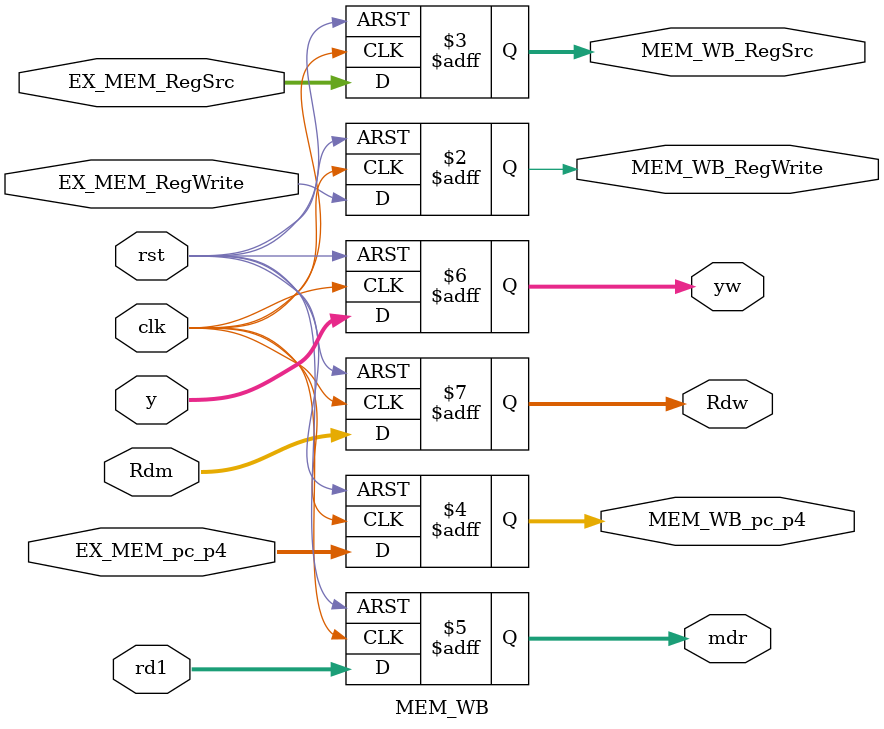
<source format=v>
`timescale 1ns / 1ps
module MEM_WB(
    input clk,
    input rst,
    input EX_MEM_RegWrite,
    input [1:0] EX_MEM_RegSrc,
    input [31:0] EX_MEM_pc_p4,
    input [31:0] rd1,           //data mem
    input [31:0] y,
    input [4:0] Rdm,
    output reg MEM_WB_RegWrite,
    output reg [1:0] MEM_WB_RegSrc,
    output reg [31:0] MEM_WB_pc_p4,
    output reg [31:0] mdr,
    output reg [31:0] yw,
    output reg [4:0] Rdw
);

always@(posedge clk or posedge rst)
begin
    if(rst) begin
        MEM_WB_RegWrite <= 0;
        MEM_WB_RegSrc <= 0;
        MEM_WB_pc_p4 <= 0;
        mdr <= 0;
        yw <= 0;
        Rdw <= 0;
    end 
    else begin
        MEM_WB_RegWrite <= EX_MEM_RegWrite;
        MEM_WB_RegSrc <= EX_MEM_RegSrc;
        MEM_WB_pc_p4 <= EX_MEM_pc_p4;
        mdr <= rd1;
        yw <= y;
        Rdw <= Rdm;
    end
end

endmodule

</source>
